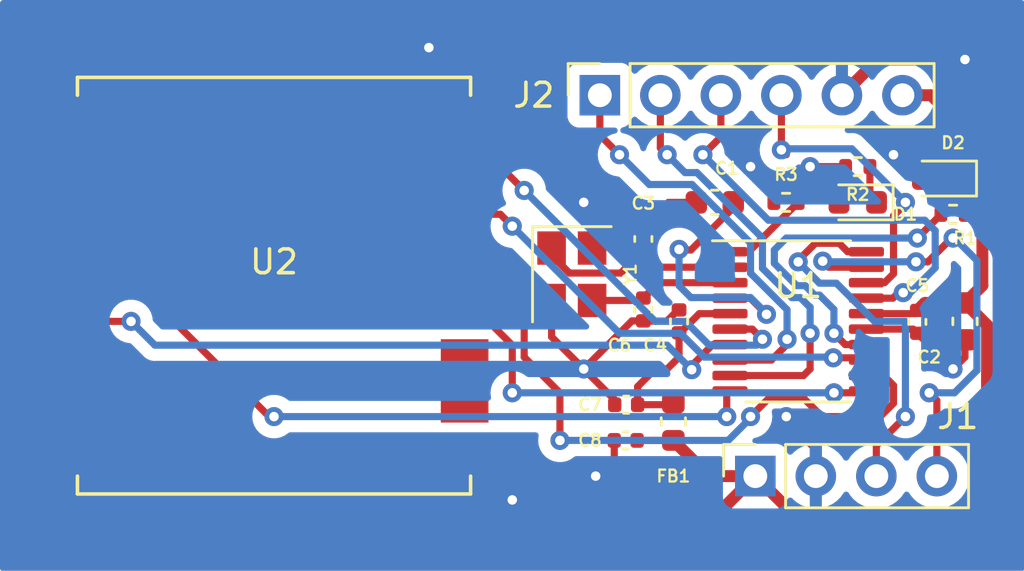
<source format=kicad_pcb>
(kicad_pcb (version 20211014) (generator pcbnew)
  (layers (0 "F.Cu" signal) (31 "B.Cu" power) (34 "B.Paste" user) (35 "F.Paste" user) (36 "B.SilkS" user "B.Silkscreen") (37 "F.SilkS" user "F.Silkscreen") (38 "B.Mask" user) (39 "F.Mask" user) (44 "Edge.Cuts" user))
  (net 0 "")
  (net 1 "GND")
  (net 2 "Net-(U1-Pad4)")
  (net 3 "+3.3V")
  (net 4 "OSC32_IN")
  (net 5 "+3.3VA")
  (net 6 "OSC32_OUT")
  (net 7 "Net-(D2-Pad1)")
  (net 8 "SWCLK")
  (net 9 "SWDIO")
  (net 10 "USART1-TX")
  (net 11 "USART1-RX")
  (net 12 "Optional-1")
  (net 13 "Optional-2")
  (net 14 "LED1")
  (net 15 "Net-(U1-Pad1)")
  (net 16 "LORA-NSS")
  (net 17 "LORA-DIO0")
  (net 18 "LORA-RESET")
  (net 19 "SPI1-SCK")
  (net 20 "SPI1-MISO")
  (net 21 "SPI1-MOSI")
  (net 27 "Net-(R2-Pad1)")
  (footprint "Capacitor_SMD:C_0402_1005Metric" (layer "F.Cu") (at 172.5 89 -90)
    (fp_text reference "C6" (at 1.5 1 180) (layer "F.SilkS") (effects (font (size 0.5 0.5) (thickness 0.1))))
    (fp_text value "10p" hide)
    (fp_line (start -0.107836 0.36) (end 0.107836 0.36) (layer "F.SilkS") (width 0.12))
    (fp_line (start -0.107836 -0.36) (end 0.107836 -0.36) (layer "F.SilkS") (width 0.12))
    (pad "1" smd roundrect (at -0.48 0 270) (size 0.56 0.62) (layers "F.Cu" "F.Paste" "F.Mask") (net 6 "OSC32_OUT"))
    (pad "2" smd roundrect (at 0.48 0 270) (size 0.56 0.62) (layers "F.Cu" "F.Paste" "F.Mask") (net 1 "GND"))
  )
  (footprint "Resistor_SMD:R_0402_1005Metric" (layer "F.Cu") (at 178.49 84.5)
    (fp_text reference "R3" (at 0 -1.17) (layer "F.SilkS") (effects (font (size 0.5 0.5) (thickness 0.1))))
    (fp_text value "R" hide)
    (fp_line (start -0.153641 0.38) (end 0.153641 0.38) (layer "F.SilkS") (width 0.12))
    (fp_line (start -0.153641 -0.38) (end 0.153641 -0.38) (layer "F.SilkS") (width 0.12))
    (pad "1" smd roundrect (at -0.51 0) (size 0.54 0.64) (layers "F.Cu" "F.Paste" "F.Mask") (net 1 "GND"))
    (pad "2" smd roundrect (at 0.51 0) (size 0.54 0.64) (layers "F.Cu" "F.Paste" "F.Mask") (net 15 "Net-(U1-Pad1)"))
  )
  (footprint "Connector_PinSocket_2.54mm:PinSocket_1x04_P2.54mm_Vertical" (layer "F.Cu") (at 177.2 96 90)
    (fp_text reference "J1" (at 2.5 8.5 180) (layer "F.SilkS"))
    (fp_text value "Conn_01x04_Female" hide)
    (fp_line (start -1.33 1.27) (end -1.33 8.95) (layer "F.SilkS") (width 0.12))
    (fp_line (start -1.33 1.27) (end 1.33 1.27) (layer "F.SilkS") (width 0.12))
    (fp_line (start 1.33 1.27) (end 1.33 8.95) (layer "F.SilkS") (width 0.12))
    (fp_line (start -1.33 8.95) (end 1.33 8.95) (layer "F.SilkS") (width 0.12))
    (fp_line (start 0 -1.33) (end 1.33 -1.33) (layer "F.SilkS") (width 0.12))
    (fp_line (start 1.33 -1.33) (end 1.33 0) (layer "F.SilkS") (width 0.12))
    (pad "1" thru_hole rect (at 0 0 90) (size 1.7 1.7) (drill 1) (layers *.Cu *.Mask) (net 3 "+3.3V"))
    (pad "2" thru_hole oval (at 0 2.54 90) (size 1.7 1.7) (drill 1) (layers *.Cu *.Mask) (net 1 "GND"))
    (pad "3" thru_hole oval (at 0 5.08 90) (size 1.7 1.7) (drill 1) (layers *.Cu *.Mask) (net 8 "SWCLK"))
    (pad "4" thru_hole oval (at 0 7.62 90) (size 1.7 1.7) (drill 1) (layers *.Cu *.Mask) (net 9 "SWDIO"))
  )
  (footprint "Package_SO:TSSOP-20_4.4x6.5mm_P0.65mm" (layer "F.Cu") (at 179 89.5)
    (fp_text reference "U1" (at 0 -1.5) (layer "F.SilkS"))
    (fp_text value "STM32F030F4Px" hide)
    (fp_line (start 0 3.385) (end 2.2 3.385) (layer "F.SilkS") (width 0.12))
    (fp_line (start 0 -3.385) (end -3.6 -3.385) (layer "F.SilkS") (width 0.12))
    (fp_line (start 0 -3.385) (end 2.2 -3.385) (layer "F.SilkS") (width 0.12))
    (fp_line (start 0 3.385) (end -2.2 3.385) (layer "F.SilkS") (width 0.12))
    (pad "1" smd roundrect (at -2.8625 -2.925) (size 1.475 0.4) (layers "F.Cu" "F.Paste" "F.Mask") (net 15 "Net-(U1-Pad1)"))
    (pad "2" smd roundrect (at -2.8625 -2.275) (size 1.475 0.4) (layers "F.Cu" "F.Paste" "F.Mask") (net 4 "OSC32_IN"))
    (pad "3" smd roundrect (at -2.8625 -1.625) (size 1.475 0.4) (layers "F.Cu" "F.Paste" "F.Mask") (net 6 "OSC32_OUT"))
    (pad "4" smd roundrect (at -2.8625 -0.975) (size 1.475 0.4) (layers "F.Cu" "F.Paste" "F.Mask") (net 2 "Net-(U1-Pad4)"))
    (pad "5" smd roundrect (at -2.8625 -0.325) (size 1.475 0.4) (layers "F.Cu" "F.Paste" "F.Mask") (net 5 "+3.3VA"))
    (pad "6" smd roundrect (at -2.8625 0.325) (size 1.475 0.4) (layers "F.Cu" "F.Paste" "F.Mask") (net 16 "LORA-NSS"))
    (pad "7" smd roundrect (at -2.8625 0.975) (size 1.475 0.4) (layers "F.Cu" "F.Paste" "F.Mask") (net 17 "LORA-DIO0"))
    (pad "8" smd roundrect (at -2.8625 1.625) (size 1.475 0.4) (layers "F.Cu" "F.Paste" "F.Mask") (net 10 "USART1-TX"))
    (pad "9" smd roundrect (at -2.8625 2.275) (size 1.475 0.4) (layers "F.Cu" "F.Paste" "F.Mask") (net 11 "USART1-RX"))
    (pad "10" smd roundrect (at -2.8625 2.925) (size 1.475 0.4) (layers "F.Cu" "F.Paste" "F.Mask") (net 18 "LORA-RESET"))
    (pad "11" smd roundrect (at 2.8625 2.925) (size 1.475 0.4) (layers "F.Cu" "F.Paste" "F.Mask") (net 19 "SPI1-SCK"))
    (pad "12" smd roundrect (at 2.8625 2.275) (size 1.475 0.4) (layers "F.Cu" "F.Paste" "F.Mask") (net 20 "SPI1-MISO"))
    (pad "13" smd roundrect (at 2.8625 1.625) (size 1.475 0.4) (layers "F.Cu" "F.Paste" "F.Mask") (net 21 "SPI1-MOSI"))
    (pad "14" smd roundrect (at 2.8625 0.975) (size 1.475 0.4) (layers "F.Cu" "F.Paste" "F.Mask") (net 14 "LED1"))
    (pad "15" smd roundrect (at 2.8625 0.325) (size 1.475 0.4) (layers "F.Cu" "F.Paste" "F.Mask") (net 1 "GND"))
    (pad "16" smd roundrect (at 2.8625 -0.325) (size 1.475 0.4) (layers "F.Cu" "F.Paste" "F.Mask") (net 3 "+3.3V"))
    (pad "17" smd roundrect (at 2.8625 -0.975) (size 1.475 0.4) (layers "F.Cu" "F.Paste" "F.Mask") (net 12 "Optional-1"))
    (pad "18" smd roundrect (at 2.8625 -1.625) (size 1.475 0.4) (layers "F.Cu" "F.Paste" "F.Mask") (net 13 "Optional-2"))
    (pad "19" smd roundrect (at 2.8625 -2.275) (size 1.475 0.4) (layers "F.Cu" "F.Paste" "F.Mask") (net 9 "SWDIO"))
    (pad "20" smd roundrect (at 2.8625 -2.925) (size 1.475 0.4) (layers "F.Cu" "F.Paste" "F.Mask") (net 8 "SWCLK"))
  )
  (footprint "Crystal:Crystal_SMD_3225-4Pin_3.2x2.5mm" (layer "F.Cu") (at 169.5 87.52 -90)
    (fp_text reference "Y1" (at 0 -2.45 90) (layer "F.SilkS") (effects (font (size 0.5 0.5) (thickness 0.1))))
    (fp_text value "16MHz" hide)
    (fp_line (start -2 -1.65) (end -2 1.65) (layer "F.SilkS") (width 0.12))
    (fp_line (start -2 1.65) (end 2 1.65) (layer "F.SilkS") (width 0.12))
    (pad "1" smd rect (at -1.1 0.85 270) (size 1.4 1.2) (layers "F.Cu" "F.Paste" "F.Mask") (net 4 "OSC32_IN"))
    (pad "2" smd rect (at 1.1 0.85 270) (size 1.4 1.2) (layers "F.Cu" "F.Paste" "F.Mask") (net 1 "GND"))
    (pad "3" smd rect (at 1.1 -0.85 270) (size 1.4 1.2) (layers "F.Cu" "F.Paste" "F.Mask") (net 6 "OSC32_OUT"))
    (pad "4" smd rect (at -1.1 -0.85 270) (size 1.4 1.2) (layers "F.Cu" "F.Paste" "F.Mask") (net 1 "GND"))
  )
  (footprint "Capacitor_SMD:C_0402_1005Metric" (layer "F.Cu") (at 171.78 93 180)
    (fp_text reference "C7" (at 1.52 0) (layer "F.SilkS") (effects (font (size 0.5 0.5) (thickness 0.1))))
    (fp_text value "1u" hide)
    (fp_line (start -0.107836 0.36) (end 0.107836 0.36) (layer "F.SilkS") (width 0.12))
    (fp_line (start -0.107836 -0.36) (end 0.107836 -0.36) (layer "F.SilkS") (width 0.12))
    (pad "1" smd roundrect (at -0.48 0 180) (size 0.56 0.62) (layers "F.Cu" "F.Paste" "F.Mask") (net 5 "+3.3VA"))
    (pad "2" smd roundrect (at 0.48 0 180) (size 0.56 0.62) (layers "F.Cu" "F.Paste" "F.Mask") (net 1 "GND"))
  )
  (footprint "Capacitor_SMD:C_0402_1005Metric" (layer "F.Cu") (at 171.76 94.5 180)
    (fp_text reference "C8" (at 1.5 0) (layer "F.SilkS") (effects (font (size 0.5 0.5) (thickness 0.1))))
    (fp_text value "1u" hide)
    (fp_line (start -0.107836 0.36) (end 0.107836 0.36) (layer "F.SilkS") (width 0.12))
    (fp_line (start -0.107836 -0.36) (end 0.107836 -0.36) (layer "F.SilkS") (width 0.12))
    (pad "1" smd roundrect (at -0.48 0 180) (size 0.56 0.62) (layers "F.Cu" "F.Paste" "F.Mask") (net 3 "+3.3V"))
    (pad "2" smd roundrect (at 0.48 0 180) (size 0.56 0.62) (layers "F.Cu" "F.Paste" "F.Mask") (net 1 "GND"))
  )
  (footprint "Capacitor_SMD:C_0603_1608Metric" (layer "F.Cu") (at 186 89.5 -90)
    (fp_text reference "C2" (at 1.5 1.5 180) (layer "F.SilkS") (effects (font (size 0.5 0.5) (thickness 0.1))))
    (fp_text value "10u" hide)
    (fp_line (start -0.14058 0.51) (end 0.14058 0.51) (layer "F.SilkS") (width 0.12))
    (fp_line (start -0.14058 -0.51) (end 0.14058 -0.51) (layer "F.SilkS") (width 0.12))
    (pad "1" smd roundrect (at -0.775 0 270) (size 0.9 0.95) (layers "F.Cu" "F.Paste" "F.Mask") (net 3 "+3.3V"))
    (pad "2" smd roundrect (at 0.775 0 270) (size 0.9 0.95) (layers "F.Cu" "F.Paste" "F.Mask") (net 1 "GND"))
  )
  (footprint "Capacitor_SMD:C_0402_1005Metric" (layer "F.Cu") (at 174 89.5 90)
    (fp_text reference "C4" (at -1 -1) (layer "F.SilkS") (effects (font (size 0.5 0.5) (thickness 0.1))))
    (fp_text value "10n" hide)
    (fp_line (start -0.107836 -0.36) (end 0.107836 -0.36) (layer "F.SilkS") (width 0.12))
    (fp_line (start -0.107836 0.36) (end 0.107836 0.36) (layer "F.SilkS") (width 0.12))
    (pad "1" smd roundrect (at -0.48 0 90) (size 0.56 0.62) (layers "F.Cu" "F.Paste" "F.Mask") (net 5 "+3.3VA"))
    (pad "2" smd roundrect (at 0.48 0 90) (size 0.56 0.62) (layers "F.Cu" "F.Paste" "F.Mask") (net 1 "GND"))
  )
  (footprint "LED_SMD:LED_0603_1608Metric" (layer "F.Cu") (at 181.5 84.5 180)
    (fp_text reference "D1" (at -2 -0.5) (layer "F.SilkS") (effects (font (size 0.5 0.5) (thickness 0.1))))
    (fp_text value "LED" hide)
    (fp_line (start -1.485 -0.735) (end -1.485 0.735) (layer "F.SilkS") (width 0.12))
    (fp_line (start -1.485 0.735) (end 0.8 0.735) (layer "F.SilkS") (width 0.12))
    (fp_line (start 0.8 -0.735) (end -1.485 -0.735) (layer "F.SilkS") (width 0.12))
    (pad "1" smd roundrect (at -0.7875 0 180) (size 0.875 0.95) (layers "F.Cu" "F.Paste" "F.Mask") (net 27 "Net-(R2-Pad1)"))
    (pad "2" smd roundrect (at 0.7875 0 180) (size 0.875 0.95) (layers "F.Cu" "F.Paste" "F.Mask") (net 3 "+3.3V"))
  )
  (footprint "Capacitor_SMD:C_0402_1005Metric" (layer "F.Cu") (at 184 89.52 -90)
    (fp_text reference "C5" (at -1.52 0) (layer "F.SilkS") (effects (font (size 0.5 0.5) (thickness 0.1))))
    (fp_text value "100n" hide)
    (fp_line (start -0.107836 -0.36) (end 0.107836 -0.36) (layer "F.SilkS") (width 0.12))
    (fp_line (start -0.107836 0.36) (end 0.107836 0.36) (layer "F.SilkS") (width 0.12))
    (pad "1" smd roundrect (at -0.48 0 270) (size 0.56 0.62) (layers "F.Cu" "F.Paste" "F.Mask") (net 3 "+3.3V"))
    (pad "2" smd roundrect (at 0.48 0 270) (size 0.56 0.62) (layers "F.Cu" "F.Paste" "F.Mask") (net 1 "GND"))
  )
  (footprint "LED_SMD:LED_0603_1608Metric" (layer "F.Cu") (at 185 83.5 180)
    (fp_text reference "D2" (at -0.5 1.5 180) (layer "F.SilkS") (effects (font (size 0.5 0.5) (thickness 0.1))))
    (fp_text value "LED" hide)
    (fp_line (start 0.8 -0.735) (end -1.485 -0.735) (layer "F.SilkS") (width 0.12))
    (fp_line (start -1.485 -0.735) (end -1.485 0.735) (layer "F.SilkS") (width 0.12))
    (fp_line (start -1.485 0.735) (end 0.8 0.735) (layer "F.SilkS") (width 0.12))
    (pad "1" smd roundrect (at -0.7875 0 180) (size 0.875 0.95) (layers "F.Cu" "F.Paste" "F.Mask") (net 7 "Net-(D2-Pad1)"))
    (pad "2" smd roundrect (at 0.7875 0 180) (size 0.875 0.95) (layers "F.Cu" "F.Paste" "F.Mask") (net 1 "GND"))
  )
  (footprint "Resistor_SMD:R_0402_1005Metric" (layer "F.Cu") (at 185.5 85 180)
    (fp_text reference "R1" (at -0.5 -1 180) (layer "F.SilkS") (effects (font (size 0.5 0.5) (thickness 0.1))))
    (fp_text value "330R" hide)
    (fp_line (start -0.153641 0.38) (end 0.153641 0.38) (layer "F.SilkS") (width 0.12))
    (fp_line (start -0.153641 -0.38) (end 0.153641 -0.38) (layer "F.SilkS") (width 0.12))
    (pad "1" smd roundrect (at -0.51 0 180) (size 0.54 0.64) (layers "F.Cu" "F.Paste" "F.Mask") (net 7 "Net-(D2-Pad1)"))
    (pad "2" smd roundrect (at 0.51 0 180) (size 0.54 0.64) (layers "F.Cu" "F.Paste" "F.Mask") (net 14 "LED1"))
  )
  (footprint "Capacitor_SMD:C_0402_1005Metric" (layer "F.Cu") (at 172.5 86.04 90)
    (fp_text reference "C3" (at 1.5 0 180) (layer "F.SilkS") (effects (font (size 0.5 0.5) (thickness 0.1))))
    (fp_text value "10p" hide)
    (fp_line (start -0.107836 -0.36) (end 0.107836 -0.36) (layer "F.SilkS") (width 0.12))
    (fp_line (start -0.107836 0.36) (end 0.107836 0.36) (layer "F.SilkS") (width 0.12))
    (pad "1" smd roundrect (at -0.48 0 90) (size 0.56 0.62) (layers "F.Cu" "F.Paste" "F.Mask") (net 4 "OSC32_IN"))
    (pad "2" smd roundrect (at 0.48 0 90) (size 0.56 0.62) (layers "F.Cu" "F.Paste" "F.Mask") (net 1 "GND"))
  )
  (footprint "Connector_PinSocket_2.54mm:PinSocket_1x06_P2.54mm_Vertical" (layer "F.Cu") (at 170.675 80 90)
    (fp_text reference "J2" (at 0 -2.77 180) (layer "F.SilkS"))
    (fp_text value "Conn_01x06_Female" hide)
    (fp_line (start -1.33 1.27) (end 1.33 1.27) (layer "F.SilkS") (width 0.12))
    (fp_line (start 1.33 -1.33) (end 1.33 0) (layer "F.SilkS") (width 0.12))
    (fp_line (start -1.33 14.03) (end 1.33 14.03) (layer "F.SilkS") (width 0.12))
    (fp_line (start 1.33 1.27) (end 1.33 14.03) (layer "F.SilkS") (width 0.12))
    (fp_line (start -1.33 1.27) (end -1.33 14.03) (layer "F.SilkS") (width 0.12))
    (fp_line (start 0 -1.33) (end 1.33 -1.33) (layer "F.SilkS") (width 0.12))
    (pad "1" thru_hole rect (at 0 0 90) (size 1.7 1.7) (drill 1) (layers *.Cu *.Mask) (net 10 "USART1-TX"))
    (pad "2" thru_hole oval (at 0 2.54 90) (size 1.7 1.7) (drill 1) (layers *.Cu *.Mask) (net 11 "USART1-RX"))
    (pad "3" thru_hole oval (at 0 5.08 90) (size 1.7 1.7) (drill 1) (layers *.Cu *.Mask) (net 12 "Optional-1"))
    (pad "4" thru_hole oval (at 0 7.62 90) (size 1.7 1.7) (drill 1) (layers *.Cu *.Mask) (net 13 "Optional-2"))
    (pad "5" thru_hole oval (at 0 10.16 90) (size 1.7 1.7) (drill 1) (layers *.Cu *.Mask) (net 1 "GND"))
    (pad "6" thru_hole oval (at 0 12.7 90) (size 1.7 1.7) (drill 1) (layers *.Cu *.Mask) (net 3 "+3.3V"))
  )
  (footprint "Inductor_SMD:L_0603_1608Metric" (layer "F.Cu") (at 173.76 93.7125 -90)
    (fp_text reference "FB1" (at 2.2875 0 180) (layer "F.SilkS") (effects (font (size 0.5 0.5) (thickness 0.1))))
    (fp_text value "120R" hide)
    (fp_line (start -0.162779 0.51) (end 0.162779 0.51) (layer "F.SilkS") (width 0.12))
    (fp_line (start -0.162779 -0.51) (end 0.162779 -0.51) (layer "F.SilkS") (width 0.12))
    (pad "1" smd roundrect (at -0.7875 0 270) (size 0.875 0.95) (layers "F.Cu" "F.Paste" "F.Mask") (net 5 "+3.3VA"))
    (pad "2" smd roundrect (at 0.7875 0 270) (size 0.875 0.95) (layers "F.Cu" "F.Paste" "F.Mask") (net 3 "+3.3V"))
  )
  (footprint "RF_Module:Ai-Thinker-Ra-01-LoRa" (layer "F.Cu") (at 157 88)
    (fp_text reference "U2" (at 0 -1) (layer "F.SilkS"))
    (fp_text value "Ai-Thinker-Ra-02")
    (fp_line (start -8.25 8.75) (end 8.25 8.75) (layer "F.SilkS") (width 0.15))
    (fp_line (start -8.25 -8) (end -8.25 -8.75) (layer "F.SilkS") (width 0.15))
    (fp_line (start 8.25 8.75) (end 8.25 8) (layer "F.SilkS") (width 0.15))
    (fp_line (start -8.25 8) (end -8.25 8.75) (layer "F.SilkS") (width 0.15))
    (fp_line (start -8.25 -8.75) (end 8.25 -8.75) (layer "F.SilkS") (width 0.15))
    (fp_line (start 8.25 -8.75) (end 8.25 -8) (layer "F.SilkS") (width 0.15))
    (pad "1" smd rect (at -8 -7) (size 2 1.5) (layers "F.Cu" "F.Paste" "F.Mask") (net 1 "GND"))
    (pad "2" smd rect (at -8 -5) (size 2 1.5) (layers "F.Cu" "F.Paste" "F.Mask") (net 1 "GND"))
    (pad "3" smd rect (at -8 -3) (size 2 1.5) (layers "F.Cu" "F.Paste" "F.Mask") (net 3 "+3.3V"))
    (pad "4" smd rect (at -8 -1) (size 2 1.5) (layers "F.Cu" "F.Paste" "F.Mask") (net 18 "LORA-RESET"))
    (pad "5" smd rect (at -8 1) (size 2 1.5) (layers "F.Cu" "F.Paste" "F.Mask") (net 17 "LORA-DIO0"))
    (pad "6" smd rect (at -8 3) (size 2 1.5) (layers "F.Cu" "F.Paste" "F.Mask"))
    (pad "7" smd rect (at -8 5) (size 2 1.5) (layers "F.Cu" "F.Paste" "F.Mask"))
    (pad "8" smd rect (at -8 7) (size 2 1.5) (layers "F.Cu" "F.Paste" "F.Mask"))
    (pad "9" smd rect (at 8 7) (size 2 1.5) (layers "F.Cu" "F.Paste" "F.Mask") (net 1 "GND"))
    (pad "10" smd rect (at 8 5) (size 2 1.5) (layers "F.Cu" "F.Paste" "F.Mask"))
    (pad "11" smd rect (at 8 3) (size 2 1.5) (layers "F.Cu" "F.Paste" "F.Mask"))
    (pad "12" smd rect (at 8 1) (size 2 1.5) (layers "F.Cu" "F.Paste" "F.Mask") (net 19 "SPI1-SCK"))
    (pad "13" smd rect (at 8 -1) (size 2 1.5) (layers "F.Cu" "F.Paste" "F.Mask") (net 20 "SPI1-MISO"))
    (pad "14" smd rect (at 8 -3) (size 2 1.5) (layers "F.Cu" "F.Paste" "F.Mask") (net 21 "SPI1-MOSI"))
    (pad "15" smd rect (at 8 -5) (size 2 1.5) (layers "F.Cu" "F.Paste" "F.Mask") (net 16 "LORA-NSS"))
    (pad "16" smd rect (at 8 -7) (size 2 1.5) (layers "F.Cu" "F.Paste" "F.Mask") (net 1 "GND"))
  )
  (footprint "Capacitor_SMD:C_0603_1608Metric" (layer "F.Cu") (at 175.5 84.5)
    (fp_text reference "C1" (at 0.5 -1.43 180) (layer "F.SilkS") (effects (font (size 0.5 0.5) (thickness 0.1))))
    (fp_text value "100n" hide)
    (fp_line (start -0.14058 0.51) (end 0.14058 0.51) (layer "F.SilkS") (width 0.12))
    (fp_line (start -0.14058 -0.51) (end 0.14058 -0.51) (layer "F.SilkS") (width 0.12))
    (pad "1" smd roundrect (at -0.775 0) (size 0.9 0.95) (layers "F.Cu" "F.Paste" "F.Mask") (net 1 "GND"))
    (pad "2" smd roundrect (at 0.775 0) (size 0.9 0.95) (layers "F.Cu" "F.Paste" "F.Mask") (net 2 "Net-(U1-Pad4)"))
  )
  (footprint "Resistor_SMD:R_0402_1005Metric" (layer "F.Cu") (at 181.5 83 180)
    (fp_text reference "R2" (at 0 -1.17) (layer "F.SilkS") (effects (font (size 0.5 0.5) (thickness 0.1))))
    (fp_text value "330R" hide)
    (fp_line (start -0.153641 -0.38) (end 0.153641 -0.38) (layer "F.SilkS") (width 0.12))
    (fp_line (start -0.153641 0.38) (end 0.153641 0.38) (layer "F.SilkS") (width 0.12))
    (pad "1" smd roundrect (at -0.51 0 180) (size 0.54 0.64) (layers "F.Cu" "F.Paste" "F.Mask") (net 27 "Net-(R2-Pad1)"))
    (pad "2" smd roundrect (at 0.51 0 180) (size 0.54 0.64) (layers "F.Cu" "F.Paste" "F.Mask") (net 1 "GND"))
  )
  (segment (start 171.3 92.8) (end 170 91.5) (width 0.3) (layer "F.Cu") (net 1))
  (segment (start 173.957035 89.02) (end 173.488517 89.488518) (width 0.3) (layer "F.Cu") (net 1))
  (segment (start 171.3 93) (end 171.3 92.8) (width 0.3) (layer "F.Cu") (net 1))
  (segment (start 168.65 90.15) (end 170 91.5) (width 0.3) (layer "F.Cu") (net 1))
  (segment (start 149 81) (end 165 81) (width 0.5) (layer "F.Cu") (net 1))
  (segment (start 174.725 84.5) (end 173.56 84.5) (width 0.3) (layer "F.Cu") (net 1))
  (segment (start 182.335 78.5) (end 186 78.5) (width 0.5) (layer "F.Cu") (net 1))
  (segment (start 169.5 97) (end 170.5 96) (width 0.5) (layer "F.Cu") (net 1))
  (segment (start 177.98 83.98) (end 177 83) (width 0.3) (layer "F.Cu") (net 1))
  (segment (start 183.825 89.825) (end 181.8625 89.825) (width 0.3) (layer "F.Cu") (net 1))
  (segment (start 165 95) (end 167 97) (width 0.5) (layer "F.Cu") (net 1))
  (segment (start 186 90.275) (end 186 91) (width 0.3) (layer "F.Cu") (net 1))
  (segment (start 173.56 84.5) (end 172.5 85.56) (width 0.3) (layer "F.Cu") (net 1))
  (segment (start 184 83.5) (end 183 82.5) (width 0.3) (layer "F.Cu") (net 1))
  (segment (start 165 81) (end 165 79.5) (width 0.5) (layer "F.Cu") (net 1))
  (segment (start 170.35 84.85) (end 170 84.5) (width 0.3) (layer "F.Cu") (net 1))
  (segment (start 180.99 83) (end 179.5 83) (width 0.3) (layer "F.Cu") (net 1))
  (segment (start 149 83) (end 149 81) (width 0.5) (layer "F.Cu") (net 1))
  (segment (start 172.508518 89.488518) (end 172.5 89.48) (width 0.3) (layer "F.Cu") (net 1))
  (segment (start 184.2125 83.5) (end 184 83.5) (width 0.3) (layer "F.Cu") (net 1))
  (segment (start 184.275 90.275) (end 184 90) (width 0.3) (layer "F.Cu") (net 1))
  (segment (start 171.28 95.22) (end 170.5 96) (width 0.3) (layer "F.Cu") (net 1))
  (segment (start 172.5 85.56) (end 171.21 85.56) (width 0.3) (layer "F.Cu") (net 1))
  (segment (start 179.74 96) (end 179.74 94.74) (width 0.5) (layer "F.Cu") (net 1))
  (segment (start 184 90) (end 183.825 89.825) (width 0.3) (layer "F.Cu") (net 1))
  (segment (start 180.835 80) (end 182.335 78.5) (width 0.5) (layer "F.Cu") (net 1))
  (segment (start 186 90.275) (end 184.275 90.275) (width 0.3) (layer "F.Cu") (net 1))
  (segment (start 170.35 86.42) (end 170.35 84.85) (width 0.3) (layer "F.Cu") (net 1))
  (segment (start 179.74 94.74) (end 178.5 93.5) (width 0.5) (layer "F.Cu") (net 1))
  (segment (start 174 89.02) (end 173.957035 89.02) (width 0.3) (layer "F.Cu") (net 1))
  (segment (start 167 97) (end 169.5 97) (width 0.5) (layer "F.Cu") (net 1))
  (segment (start 171.28 94.5) (end 171.28 95.22) (width 0.3) (layer "F.Cu") (net 1))
  (segment (start 173.488517 89.488518) (end 172.508518 89.488518) (width 0.3) (layer "F.Cu") (net 1))
  (segment (start 168.65 88.62) (end 168.65 90.15) (width 0.3) (layer "F.Cu") (net 1))
  (segment (start 165 81) (end 166.5 81) (width 0.5) (layer "F.Cu") (net 1))
  (segment (start 171.21 85.56) (end 170.35 86.42) (width 0.3) (layer "F.Cu") (net 1))
  (segment (start 166.5 81) (end 170 84.5) (width 0.5) (layer "F.Cu") (net 1))
  (segment (start 177.98 84.5) (end 177.98 83.98) (width 0.3) (layer "F.Cu") (net 1))
  (segment (start 165 79.5) (end 163.5 78) (width 0.5) (layer "F.Cu") (net 1))
  (segment (start 186 91) (end 185.5 91.5) (width 0.3) (layer "F.Cu") (net 1))
  (segment (start 172.02 89.48) (end 172.5 89.48) (width 0.3) (layer "F.Cu") (net 1))
  (segment (start 170 91.5) (end 172.02 89.48) (width 0.3) (layer "F.Cu") (net 1))
  (via (at 186 78.5) (size 0.8) (drill 0.4) (layers "F.Cu" "B.Cu") (net 1))
  (via (at 178.5 93.5) (size 0.8) (drill 0.4) (layers "F.Cu" "B.Cu") (net 1))
  (via (at 177 83) (size 0.8) (drill 0.4) (layers "F.Cu" "B.Cu") (net 1))
  (via (at 183 82.5) (size 0.8) (drill 0.4) (layers "F.Cu" "B.Cu") (net 1))
  (via (at 167 97) (size 0.8) (drill 0.4) (layers "F.Cu" "B.Cu") (net 1))
  (via (at 170.5 96) (size 0.8) (drill 0.4) (layers "F.Cu" "B.Cu") (net 1))
  (via (at 179.5 83) (size 0.8) (drill 0.4) (layers "F.Cu" "B.Cu") (net 1))
  (via (at 163.5 78) (size 0.8) (drill 0.4) (layers "F.Cu" "B.Cu") (net 1))
  (via (at 185.5 91.5) (size 0.8) (drill 0.4) (layers "F.Cu" "B.Cu") (net 1))
  (via (at 170 84.5) (size 0.8) (drill 0.4) (layers "F.Cu" "B.Cu") (net 1))
  (via (at 170 91.5) (size 0.8) (drill 0.4) (layers "F.Cu" "B.Cu") (net 1))
  (segment (start 176.275 84.5) (end 176.275 84.725) (width 0.3) (layer "F.Cu") (net 2))
  (segment (start 174 86.5) (end 174 86.4755) (width 0.3) (layer "F.Cu") (net 2))
  (segment (start 174.5 86.5) (end 174 86.5) (width 0.3) (layer "F.Cu") (net 2))
  (segment (start 177.66953 89.204357) (end 176.990173 88.525) (width 0.3) (layer "F.Cu") (net 2))
  (segment (start 176.990173 88.525) (end 176.1375 88.525) (width 0.3) (layer "F.Cu") (net 2))
  (segment (start 176.275 84.725) (end 174.5 86.5) (width 0.3) (layer "F.Cu") (net 2))
  (via (at 177.66953 89.204357) (size 0.8) (drill 0.4) (layers "F.Cu" "B.Cu") (net 2))
  (via (at 174 86.4755) (size 0.8) (drill 0.4) (layers "F.Cu" "B.Cu") (net 2))
  (segment (start 174 86.4755) (end 174 88) (width 0.3) (layer "B.Cu") (net 2))
  (segment (start 177.66953 89.16953) (end 177.66953 89.204357) (width 0.3) (layer "B.Cu") (net 2))
  (segment (start 174 88) (end 174.5 88.5) (width 0.3) (layer "B.Cu") (net 2))
  (segment (start 177 88.5) (end 177.5 89) (width 0.3) (layer "B.Cu") (net 2))
  (segment (start 177.5 89) (end 177.66953 89.16953) (width 0.3) (layer "B.Cu") (net 2))
  (segment (start 174.5 88.5) (end 177 88.5) (width 0.3) (layer "B.Cu") (net 2))
  (segment (start 184.315 88.725) (end 184 89.04) (width 0.5) (layer "F.Cu") (net 3))
  (segment (start 186.73 87.995) (end 186 88.725) (width 0.5) (layer "F.Cu") (net 3))
  (segment (start 177.2 96) (end 175.26 96) (width 0.5) (layer "F.Cu") (net 3))
  (segment (start 175.35 97.85) (end 177.2 96) (width 0.5) (layer "F.Cu") (net 3))
  (segment (start 185.840001 97.864997) (end 186.925 96.779998) (width 0.5) (layer "F.Cu") (net 3))
  (segment (start 149 85) (end 148 85) (width 0.5) (layer "F.Cu") (net 3))
  (segment (start 172.24 94.5) (end 173.76 94.5) (width 0.3) (layer "F.Cu") (net 3))
  (segment (start 186.925 89.65) (end 186 88.725) (width 0.5) (layer "F.Cu") (net 3))
  (segment (start 179.064997 97.864997) (end 185.840001 97.864997) (width 0.5) (layer "F.Cu") (net 3))
  (segment (start 147.5 96.5) (end 148.85 97.85) (width 0.5) (layer "F.Cu") (net 3))
  (segment (start 147.5 85.5) (end 147.5 96.5) (width 0.5) (layer "F.Cu") (net 3))
  (segment (start 183.375 80) (end 184.577081 80) (width 0.5) (layer "F.Cu") (net 3))
  (segment (start 186.73 82.152919) (end 186.73 87.995) (width 0.5) (layer "F.Cu") (net 3))
  (segment (start 175.26 96) (end 173.76 94.5) (width 0.5) (layer "F.Cu") (net 3))
  (segment (start 186.925 96.779998) (end 186.925 89.65) (width 0.5) (layer "F.Cu") (net 3))
  (segment (start 177.2 96) (end 179.064997 97.864997) (width 0.5) (layer "F.Cu") (net 3))
  (segment (start 186 88.725) (end 184.315 88.725) (width 0.5) (layer "F.Cu") (net 3))
  (segment (start 184.577081 80) (end 186.73 82.152919) (width 0.5) (layer "F.Cu") (net 3))
  (segment (start 148 85) (end 147.5 85.5) (width 0.5) (layer "F.Cu") (net 3))
  (segment (start 148.85 97.85) (end 175.35 97.85) (width 0.5) (layer "F.Cu") (net 3))
  (segment (start 183.865 89.175) (end 184 89.04) (width 0.3) (layer "F.Cu") (net 3))
  (segment (start 181.8625 89.175) (end 183.865 89.175) (width 0.3) (layer "F.Cu") (net 3))
  (segment (start 173.205 87.225) (end 176.1375 87.225) (width 0.3) (layer "F.Cu") (net 4))
  (segment (start 171.55 87.47) (end 172.5 86.52) (width 0.3) (layer "F.Cu") (net 4))
  (segment (start 169.4 87.47) (end 171.55 87.47) (width 0.3) (layer "F.Cu") (net 4))
  (segment (start 168.65 86.72) (end 169.4 87.47) (width 0.3) (layer "F.Cu") (net 4))
  (segment (start 168.65 86.42) (end 168.65 86.72) (width 0.3) (layer "F.Cu") (net 4))
  (segment (start 172.5 86.52) (end 173.205 87.225) (width 0.3) (layer "F.Cu") (net 4))
  (segment (start 173.5 91.5) (end 174 91) (width 0.3) (layer "F.Cu") (net 5))
  (segment (start 174 91) (end 174 89.98) (width 0.3) (layer "F.Cu") (net 5))
  (segment (start 173.685 93) (end 173.76 92.925) (width 0.3) (layer "F.Cu") (net 5))
  (segment (start 173 91.5) (end 173.5 91.5) (width 0.3) (layer "F.Cu") (net 5))
  (segment (start 174.847965 89.175) (end 176.1375 89.175) (width 0.3) (layer "F.Cu") (net 5))
  (segment (start 172.26 93) (end 172.26 92.24) (width 0.3) (layer "F.Cu") (net 5))
  (segment (start 172.26 92.24) (end 173 91.5) (width 0.3) (layer "F.Cu") (net 5))
  (segment (start 172.26 93) (end 173.685 93) (width 0.3) (layer "F.Cu") (net 5))
  (segment (start 174.042965 89.98) (end 174.847965 89.175) (width 0.3) (layer "F.Cu") (net 5))
  (segment (start 174 89.98) (end 174.042965 89.98) (width 0.3) (layer "F.Cu") (net 5))
  (segment (start 172.5 88.52) (end 173.145 87.875) (width 0.3) (layer "F.Cu") (net 6))
  (segment (start 173.145 87.875) (end 176.1375 87.875) (width 0.3) (layer "F.Cu") (net 6))
  (segment (start 170.35 88.62) (end 172.4 88.62) (width 0.3) (layer "F.Cu") (net 6))
  (segment (start 172.4 88.62) (end 172.5 88.52) (width 0.3) (layer "F.Cu") (net 6))
  (segment (start 186.01 85) (end 186.01 83.7225) (width 0.3) (layer "F.Cu") (net 7))
  (segment (start 186.01 83.7225) (end 185.7875 83.5) (width 0.3) (layer "F.Cu") (net 7))
  (segment (start 181.075 86.575) (end 181.8625 86.575) (width 0.3) (layer "F.Cu") (net 8))
  (segment (start 179 87) (end 179 86.939339) (width 0.3) (layer "F.Cu") (net 8))
  (segment (start 180.720023 86.220023) (end 181.075 86.575) (width 0.3) (layer "F.Cu") (net 8))
  (segment (start 179 86.939339) (end 179.719316 86.220023) (width 0.3) (layer "F.Cu") (net 8))
  (segment (start 179.719316 86.220023) (end 180.720023 86.220023) (width 0.3) (layer "F.Cu") (net 8))
  (segment (start 182.28 94.72) (end 183.5 93.5) (width 0.3) (layer "F.Cu") (net 8))
  (segment (start 182.28 96) (end 182.28 94.72) (width 0.3) (layer "F.Cu") (net 8))
  (via (at 183.5 93.5) (size 0.8) (drill 0.4) (layers "F.Cu" "B.Cu") (net 8))
  (via (at 179 87) (size 0.8) (drill 0.4) (layers "F.Cu" "B.Cu") (net 8))
  (segment (start 183.5 89.5) (end 182.207106 89.5) (width 0.3) (layer "B.Cu") (net 8))
  (segment (start 179.896447 87.896447) (end 179 87) (width 0.3) (layer "B.Cu") (net 8))
  (segment (start 180.603553 87.896447) (end 179.896447 87.896447) (width 0.3) (layer "B.Cu") (net 8))
  (segment (start 183.5 89.5) (end 183.5 93.5) (width 0.3) (layer "B.Cu") (net 8))
  (segment (start 182.207106 89.5) (end 180.603553 87.896447) (width 0.3) (layer "B.Cu") (net 8))
  (segment (start 180.284954 87.225) (end 181.8625 87.225) (width 0.3) (layer "F.Cu") (net 9))
  (segment (start 184.82 96) (end 184.82 92.82) (width 0.3) (layer "F.Cu") (net 9))
  (segment (start 185.438839 86) (end 184.438839 87) (width 0.3) (layer "F.Cu") (net 9))
  (segment (start 180.029977 86.970023) (end 180.284954 87.225) (width 0.3) (layer "F.Cu") (net 9))
  (segment (start 184.438839 87) (end 184 87) (width 0.3) (layer "F.Cu") (net 9))
  (segment (start 184 87) (end 183.944388 87) (width 0.3) (layer "F.Cu") (net 9))
  (segment (start 185.5 86) (end 185.438839 86) (width 0.3) (layer "F.Cu") (net 9))
  (segment (start 183.944388 87) (end 183.942217 86.997829) (width 0.3) (layer "F.Cu") (net 9))
  (segment (start 184.82 92.82) (end 184.5 92.5) (width 0.3) (layer "F.Cu") (net 9))
  (via (at 184.5 92.5) (size 0.8) (drill 0.4) (layers "F.Cu" "B.Cu") (net 9))
  (via (at 183.942217 86.997829) (size 0.8) (drill 0.4) (layers "F.Cu" "B.Cu") (net 9))
  (via (at 180.029977 86.970023) (size 0.8) (drill 0.4) (layers "F.Cu" "B.Cu") (net 9))
  (via (at 185.5 86) (size 0.8) (drill 0.4) (layers "F.Cu" "B.Cu") (net 9))
  (segment (start 180.002171 86.997829) (end 180.029977 86.970023) (width 0.3) (layer "B.Cu") (net 9))
  (segment (start 184.5 92.5) (end 185.560661 92.5) (width 0.3) (layer "B.Cu") (net 9))
  (segment (start 185.560161 86) (end 185.5 86) (width 0.3) (layer "B.Cu") (net 9))
  (segment (start 185.560661 92.5) (end 186.5 91.560661) (width 0.3) (layer "B.Cu") (net 9))
  (segment (start 186.5 91.560661) (end 186.5 86.939839) (width 0.3) (layer "B.Cu") (net 9))
  (segment (start 183.942217 86.997829) (end 180.002171 86.997829) (width 0.3) (layer "B.Cu") (net 9))
  (segment (start 186.5 86.939839) (end 185.560161 86) (width 0.3) (layer "B.Cu") (net 9))
  (segment (start 170.675 80) (end 170.675 81.675) (width 0.3) (layer "F.Cu") (net 10))
  (segment (start 178.532397 90.467603) (end 177.875 91.125) (width 0.3) (layer "F.Cu") (net 10))
  (segment (start 177.875 91.125) (end 176.1375 91.125) (width 0.3) (layer "F.Cu") (net 10))
  (segment (start 170.675 81.675) (end 171.5 82.5) (width 0.3) (layer "F.Cu") (net 10))
  (segment (start 178.532397 90.2505) (end 178.532397 90.467603) (width 0.3) (layer "F.Cu") (net 10))
  (via (at 178.532397 90.2505) (size 0.8) (drill 0.4) (layers "F.Cu" "B.Cu") (net 10))
  (via (at 171.5 82.5) (size 0.8) (drill 0.4) (layers "F.Cu" "B.Cu") (net 10))
  (segment (start 178.532397 90.2505) (end 178.532397 89.00727) (width 0.3) (layer "B.Cu") (net 10))
  (segment (start 174.542894 83.75) (end 172.75 83.75) (width 0.3) (layer "B.Cu") (net 10))
  (segment (start 178.532397 89.00727) (end 177 87.474873) (width 0.3) (layer "B.Cu") (net 10))
  (segment (start 172.75 83.75) (end 171.5 82.5) (width 0.3) (layer "B.Cu") (net 10))
  (segment (start 177 87.474873) (end 177 86.207106) (width 0.3) (layer "B.Cu") (net 10))
  (segment (start 177 86.207106) (end 174.542894 83.75) (width 0.3) (layer "B.Cu") (net 10))
  (segment (start 173.215 82.215) (end 173.5 82.5) (width 0.3) (layer "F.Cu") (net 11))
  (segment (start 179.5 90) (end 179.5 91.5) (width 0.3) (layer "F.Cu") (net 11))
  (segment (start 173.215 80) (end 173.215 82.215) (width 0.3) (layer "F.Cu") (net 11))
  (segment (start 179.225 91.775) (end 176.1375 91.775) (width 0.3) (layer "F.Cu") (net 11))
  (segment (start 179.5 91.5) (end 179.225 91.775) (width 0.3) (layer "F.Cu") (net 11))
  (via (at 173.5 82.5) (size 0.8) (drill 0.4) (layers "F.Cu" "B.Cu") (net 11))
  (via (at 179.5 90) (size 0.8) (drill 0.4) (layers "F.Cu" "B.Cu") (net 11))
  (segment (start 173.5 82.5) (end 174.25 83.25) (width 0.3) (layer "B.Cu") (net 11))
  (segment (start 174.25 83.25) (end 174.75 83.25) (width 0.3) (layer "B.Cu") (net 11))
  (segment (start 177.5 86) (end 177.5 87.267767) (width 0.3) (layer "B.Cu") (net 11))
  (segment (start 179.482235 88.896447) (end 179.5 88.896447) (width 0.3) (layer "B.Cu") (net 11))
  (segment (start 179.5 88.896447) (end 179.5 90) (width 0.3) (layer "B.Cu") (net 11))
  (segment (start 174.75 83.25) (end 177.5 86) (width 0.3) (layer "B.Cu") (net 11))
  (segment (start 178.732233 88.5) (end 179.085788 88.5) (width 0.3) (layer "B.Cu") (net 11))
  (segment (start 179.085788 88.5) (end 179.482235 88.896447) (width 0.3) (layer "B.Cu") (net 11))
  (segment (start 177.5 87.267767) (end 178.732233 88.5) (width 0.3) (layer "B.Cu") (net 11))
  (segment (start 175.755 80) (end 175.755 81.745) (width 0.3) (layer "F.Cu") (net 12))
  (segment (start 183.407772 88.292888) (end 183.207112 88.292888) (width 0.3) (layer "F.Cu") (net 12))
  (segment (start 183.207112 88.292888) (end 182.975 88.525) (width 0.3) (layer "F.Cu") (net 12))
  (segment (start 175.755 81.745) (end 175 82.5) (width 0.3) (layer "F.Cu") (net 12))
  (segment (start 182.975 88.525) (end 181.8625 88.525) (width 0.3) (layer "F.Cu") (net 12))
  (via (at 175 82.5) (size 0.8) (drill 0.4) (layers "F.Cu" "B.Cu") (net 12))
  (via (at 183.407772 88.292888) (size 0.8) (drill 0.4) (layers "F.Cu" "B.Cu") (net 12))
  (segment (start 184.75 85.689339) (end 184.75 87.25) (width 0.3) (layer "B.Cu") (net 12))
  (segment (start 177.75 85.25) (end 184.310661 85.25) (width 0.3) (layer "B.Cu") (net 12))
  (segment (start 175 82.5) (end 177.75 85.25) (width 0.3) (layer "B.Cu") (net 12))
  (segment (start 184.75 87.25) (end 183.5 88.5) (width 0.3) (layer "B.Cu") (net 12))
  (segment (start 184.310661 85.25) (end 184.75 85.689339) (width 0.3) (layer "B.Cu") (net 12))
  (segment (start 183.5 88.5) (end 183.407772 88.407772) (width 0.3) (layer "B.Cu") (net 12))
  (segment (start 183.407772 88.407772) (end 183.407772 88.292888) (width 0.3) (layer "B.Cu") (net 12))
  (segment (start 183 85.066834) (end 183 87.5) (width 0.3) (layer "F.Cu") (net 13))
  (segment (start 183.5 84.566834) (end 183 85.066834) (width 0.3) (layer "F.Cu") (net 13))
  (segment (start 178.5 82.5) (end 178.295 82.295) (width 0.3) (layer "F.Cu") (net 13))
  (segment (start 178.295 80) (end 178.295 82.295) (width 0.3) (layer "F.Cu") (net 13))
  (segment (start 182.625 87.875) (end 181.8625 87.875) (width 0.3) (layer "F.Cu") (net 13))
  (segment (start 183 87.5) (end 182.625 87.875) (width 0.3) (layer "F.Cu") (net 13))
  (segment (start 183.5 84.5) (end 183.5 84.566834) (width 0.3) (layer "F.Cu") (net 13))
  (via (at 178.295 82.295) (size 0.8) (drill 0.4) (layers "F.Cu" "B.Cu") (net 13))
  (via (at 183.5 84.5) (size 0.8) (drill 0.4) (layers "F.Cu" "B.Cu") (net 13))
  (segment (start 178.295 82.295) (end 178.34 82.25) (width 0.3) (layer "B.Cu") (net 13))
  (segment (start 181.25 82.25) (end 183.5 84.5) (width 0.3) (layer "B.Cu") (net 13))
  (segment (start 178.34 82.25) (end 181.25 82.25) (width 0.3) (layer "B.Cu") (net 13))
  (segment (start 184.99 85.01) (end 184 86) (width 0.3) (layer "F.Cu") (net 14))
  (segment (start 184.99 85) (end 184.99 85.01) (width 0.3) (layer "F.Cu") (net 14))
  (segment (start 180.5 90) (end 180.975 90.475) (width 0.3) (layer "F.Cu") (net 14))
  (segment (start 180.975 90.475) (end 181.8625 90.475) (width 0.3) (layer "F.Cu") (net 14))
  (via (at 184 86) (size 0.8) (drill 0.4) (layers "F.Cu" "B.Cu") (net 14))
  (via (at 180.5 90) (size 0.8) (drill 0.4) (layers "F.Cu" "B.Cu") (net 14))
  (segment (start 178.5 86) (end 178 86.5) (width 0.3) (layer "B.Cu") (net 14))
  (segment (start 179.689341 88.396447) (end 179.896447 88.396447) (width 0.3) (layer "B.Cu") (net 14))
  (segment (start 178 86.5) (end 178 87.060661) (width 0.3) (layer "B.Cu") (net 14))
  (segment (start 178 87.060661) (end 178.939339 88) (width 0.3) (layer "B.Cu") (net 14))
  (segment (start 179.292894 88) (end 179.689341 88.396447) (width 0.3) (layer "B.Cu") (net 14))
  (segment (start 178.939339 88) (end 179.292894 88) (width 0.3) (layer "B.Cu") (net 14))
  (segment (start 179.896447 88.396447) (end 180.5 89) (width 0.3) (layer "B.Cu") (net 14))
  (segment (start 180.5 89) (end 180.5 90) (width 0.3) (layer "B.Cu") (net 14))
  (segment (start 184 86) (end 178.5 86) (width 0.3) (layer "B.Cu") (net 14))
  (segment (start 179 84.5) (end 176.925 86.575) (width 0.3) (layer "F.Cu") (net 15))
  (segment (start 176.925 86.575) (end 176.1375 86.575) (width 0.3) (layer "F.Cu") (net 15))
  (segment (start 177.5 90.2505) (end 177.0745 89.825) (width 0.3) (layer "F.Cu") (net 16))
  (segment (start 165 83) (end 166.5 83) (width 0.3) (layer "F.Cu") (net 16))
  (segment (start 166.5 83) (end 167.5 84) (width 0.3) (layer "F.Cu") (net 16))
  (segment (start 177.0745 89.825) (end 176.1375 89.825) (width 0.3) (layer "F.Cu") (net 16))
  (via (at 167.5 84) (size 0.8) (drill 0.4) (layers "F.Cu" "B.Cu") (net 16))
  (via (at 177.5 90.2505) (size 0.8) (drill 0.4) (layers "F.Cu" "B.Cu") (net 16))
  (segment (start 177.2505 90.5) (end 175.267767 90.5) (width 0.3) (layer "B.Cu") (net 16))
  (segment (start 173 89.5) (end 167.5 84) (width 0.3) (layer "B.Cu") (net 16))
  (segment (start 177.5 90.2505) (end 177.2505 90.5) (width 0.3) (layer "B.Cu") (net 16))
  (segment (start 174.267767 89.5) (end 173 89.5) (width 0.3) (layer "B.Cu") (net 16))
  (segment (start 175.267767 90.5) (end 174.267767 89.5) (width 0.3) (layer "B.Cu") (net 16))
  (segment (start 175.413604 90.475) (end 174.5 91.388604) (width 0.3) (layer "F.Cu") (net 17))
  (segment (start 174.5 91.388604) (end 174.5 91.5) (width 0.3) (layer "F.Cu") (net 17))
  (segment (start 174.5 91.5) (end 174.529977 91.529977) (width 0.3) (layer "F.Cu") (net 17))
  (segment (start 149.5 89.5) (end 149 89) (width 0.3) (layer "F.Cu") (net 17))
  (segment (start 176.1375 90.475) (end 175.413604 90.475) (width 0.3) (layer "F.Cu") (net 17))
  (segment (start 151 89.5) (end 149.5 89.5) (width 0.3) (layer "F.Cu") (net 17))
  (via (at 174.529977 91.529977) (size 0.8) (drill 0.4) (layers "F.Cu" "B.Cu") (net 17))
  (via (at 151 89.5) (size 0.8) (drill 0.4) (layers "F.Cu" "B.Cu") (net 17))
  (segment (start 173.5 90.5) (end 152 90.5) (width 0.3) (layer "B.Cu") (net 17))
  (segment (start 152 90.5) (end 151 89.5) (width 0.3) (layer "B.Cu") (net 17))
  (segment (start 174.529977 91.529977) (end 173.5 90.5) (width 0.3) (layer "B.Cu") (net 17))
  (segment (start 176 92.5625) (end 176.1375 92.425) (width 0.3) (layer "F.Cu") (net 18))
  (segment (start 156.8 93.5) (end 157 93.5) (width 0.3) (layer "F.Cu") (net 18))
  (segment (start 149 87) (end 150.3 87) (width 0.3) (layer "F.Cu") (net 18))
  (segment (start 176 93.5) (end 176 92.5625) (width 0.3) (layer "F.Cu") (net 18))
  (segment (start 150.3 87) (end 156.8 93.5) (width 0.3) (layer "F.Cu") (net 18))
  (via (at 157 93.5) (size 0.8) (drill 0.4) (layers "F.Cu" "B.Cu") (net 18))
  (via (at 176 93.5) (size 0.8) (drill 0.4) (layers "F.Cu" "B.Cu") (net 18))
  (segment (start 157 93.5) (end 176 93.5) (width 0.3) (layer "B.Cu") (net 18))
  (segment (start 181.7875 92.5) (end 181.8625 92.425) (width 0.3) (layer "F.Cu") (net 19))
  (segment (start 167 90.5) (end 167 92.5) (width 0.3) (layer "F.Cu") (net 19))
  (segment (start 165 89) (end 165.5 89) (width 0.3) (layer "F.Cu") (net 19))
  (segment (start 165.5 89) (end 167 90.5) (width 0.3) (layer "F.Cu") (net 19))
  (segment (start 180.5 92.5) (end 181.7875 92.5) (width 0.3) (layer "F.Cu") (net 19))
  (via (at 180.5 92.5) (size 0.8) (drill 0.4) (layers "F.Cu" "B.Cu") (net 19))
  (via (at 167 92.5) (size 0.8) (drill 0.4) (layers "F.Cu" "B.Cu") (net 19))
  (segment (start 167 92.5) (end 180.5 92.5) (width 0.3) (layer "B.Cu") (net 19))
  (segment (start 169 92.5) (end 169 94.5) (width 0.3) (layer "F.Cu") (net 20))
  (segment (start 165 87) (end 165.5 87) (width 0.3) (layer "F.Cu") (net 20))
  (segment (start 167.5 89) (end 167.5 91) (width 0.3) (layer "F.Cu") (net 20))
  (segment (start 182.586396 91.775) (end 181.8625 91.775) (width 0.3) (layer "F.Cu") (net 20))
  (segment (start 177 93.5) (end 177.75 92.75) (width 0.3) (layer "F.Cu") (net 20))
  (segment (start 177.75 92.75) (end 179.25 92.75) (width 0.3) (layer "F.Cu") (net 20))
  (segment (start 182.439339 93.5) (end 183 92.939339) (width 0.3) (layer "F.Cu") (net 20))
  (segment (start 167.5 91) (end 169 92.5) (width 0.3) (layer "F.Cu") (net 20))
  (segment (start 179.25 92.75) (end 180 93.5) (width 0.3) (layer "F.Cu") (net 20))
  (segment (start 183 92.939339) (end 183 92.188604) (width 0.3) (layer "F.Cu") (net 20))
  (segment (start 180 93.5) (end 182.439339 93.5) (width 0.3) (layer "F.Cu") (net 20))
  (segment (start 183 92.188604) (end 182.586396 91.775) (width 0.3) (layer "F.Cu") (net 20))
  (segment (start 165.5 87) (end 167.5 89) (width 0.3) (layer "F.Cu") (net 20))
  (via (at 169 94.5) (size 0.8) (drill 0.4) (layers "F.Cu" "B.Cu") (net 20))
  (via (at 177 93.5) (size 0.8) (drill 0.4) (layers "F.Cu" "B.Cu") (net 20))
  (segment (start 177 93.560661) (end 177 93.5) (width 0.3) (layer "B.Cu") (net 20))
  (segment (start 169 94.5) (end 176.060661 94.5) (width 0.3) (layer "B.Cu") (net 20))
  (segment (start 176.060661 94.5) (end 177 93.560661) (width 0.3) (layer "B.Cu") (net 20))
  (segment (start 180.47215 91.030781) (end 181.768281 91.030781) (width 0.3) (layer "F.Cu") (net 21))
  (segment (start 166.5 85) (end 167 85.5) (width 0.3) (layer "F.Cu") (net 21))
  (segment (start 165 85) (end 166.5 85) (width 0.3) (layer "F.Cu") (net 21))
  (segment (start 181.768281 91.030781) (end 181.8625 91.125) (width 0.3) (layer "F.Cu") (net 21))
  (via (at 180.47215 91.030781) (size 0.8) (drill 0.4) (layers "F.Cu" "B.Cu") (net 21))
  (via (at 167 85.5) (size 0.8) (drill 0.4) (layers "F.Cu" "B.Cu") (net 21))
  (segment (start 174.060661 90) (end 175.060661 91) (width 0.3) (layer "B.Cu") (net 21))
  (segment (start 167 85.5) (end 171.5 90) (width 0.3) (layer "B.Cu") (net 21))
  (segment (start 180.5 91) (end 180.5 91.002931) (width 0.3) (layer "B.Cu") (net 21))
  (segment (start 171.5 90) (end 174.060661 90) (width 0.3) (layer "B.Cu") (net 21))
  (segment (start 175.060661 91) (end 180.5 91) (width 0.3) (layer "B.Cu") (net 21))
  (segment (start 180.5 91.002931) (end 180.47215 91.030781) (width 0.3) (layer "B.Cu") (net 21))
  (segment (start 182.01 83) (end 182.01 84.2225) (width 0.3) (layer "F.Cu") (net 27))
  (segment (start 182.01 84.2225) (end 182.2875 84.5) (width 0.3) (layer "F.Cu") (net 27))
  (zone (net 1) (net_name "GND") (layer "B.Cu") (connect_pads (clearance 0.508)) (min_thickness 0.254) (fill yes (thermal_gap 0.508) (thermal_bridge_width 0.508))
    (polygon (pts (xy 188.5 100) (xy 145.5 100) (xy 145.5 76) (xy 188.5 76)))
  )
)
</source>
